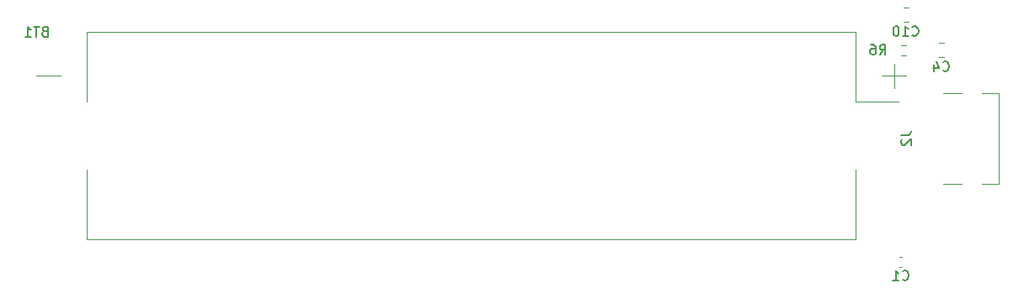
<source format=gbr>
%TF.GenerationSoftware,KiCad,Pcbnew,6.0.11+dfsg-1*%
%TF.CreationDate,2025-12-30T15:15:42+02:00*%
%TF.ProjectId,esp32_loraprs_c3,65737033-325f-46c6-9f72-617072735f63,rev?*%
%TF.SameCoordinates,Original*%
%TF.FileFunction,Legend,Bot*%
%TF.FilePolarity,Positive*%
%FSLAX46Y46*%
G04 Gerber Fmt 4.6, Leading zero omitted, Abs format (unit mm)*
G04 Created by KiCad (PCBNEW 6.0.11+dfsg-1) date 2025-12-30 15:15:42*
%MOMM*%
%LPD*%
G01*
G04 APERTURE LIST*
%ADD10C,0.150000*%
%ADD11C,0.120000*%
G04 APERTURE END LIST*
D10*
%TO.C,C10*%
X157614857Y-59949142D02*
X157662476Y-59996761D01*
X157805333Y-60044380D01*
X157900571Y-60044380D01*
X158043428Y-59996761D01*
X158138666Y-59901523D01*
X158186285Y-59806285D01*
X158233904Y-59615809D01*
X158233904Y-59472952D01*
X158186285Y-59282476D01*
X158138666Y-59187238D01*
X158043428Y-59092000D01*
X157900571Y-59044380D01*
X157805333Y-59044380D01*
X157662476Y-59092000D01*
X157614857Y-59139619D01*
X156662476Y-60044380D02*
X157233904Y-60044380D01*
X156948190Y-60044380D02*
X156948190Y-59044380D01*
X157043428Y-59187238D01*
X157138666Y-59282476D01*
X157233904Y-59330095D01*
X156043428Y-59044380D02*
X155948190Y-59044380D01*
X155852952Y-59092000D01*
X155805333Y-59139619D01*
X155757714Y-59234857D01*
X155710095Y-59425333D01*
X155710095Y-59663428D01*
X155757714Y-59853904D01*
X155805333Y-59949142D01*
X155852952Y-59996761D01*
X155948190Y-60044380D01*
X156043428Y-60044380D01*
X156138666Y-59996761D01*
X156186285Y-59949142D01*
X156233904Y-59853904D01*
X156281523Y-59663428D01*
X156281523Y-59425333D01*
X156233904Y-59234857D01*
X156186285Y-59139619D01*
X156138666Y-59092000D01*
X156043428Y-59044380D01*
%TO.C,C4*%
X160694666Y-63505142D02*
X160742285Y-63552761D01*
X160885142Y-63600380D01*
X160980380Y-63600380D01*
X161123238Y-63552761D01*
X161218476Y-63457523D01*
X161266095Y-63362285D01*
X161313714Y-63171809D01*
X161313714Y-63028952D01*
X161266095Y-62838476D01*
X161218476Y-62743238D01*
X161123238Y-62648000D01*
X160980380Y-62600380D01*
X160885142Y-62600380D01*
X160742285Y-62648000D01*
X160694666Y-62695619D01*
X159837523Y-62933714D02*
X159837523Y-63600380D01*
X160075619Y-62552761D02*
X160313714Y-63267047D01*
X159694666Y-63267047D01*
%TO.C,J2*%
X156512380Y-70024666D02*
X157226666Y-70024666D01*
X157369523Y-69977047D01*
X157464761Y-69881809D01*
X157512380Y-69738952D01*
X157512380Y-69643714D01*
X156607619Y-70453238D02*
X156560000Y-70500857D01*
X156512380Y-70596095D01*
X156512380Y-70834190D01*
X156560000Y-70929428D01*
X156607619Y-70977047D01*
X156702857Y-71024666D01*
X156798095Y-71024666D01*
X156940952Y-70977047D01*
X157512380Y-70405619D01*
X157512380Y-71024666D01*
%TO.C,R6*%
X154344666Y-61920380D02*
X154678000Y-61444190D01*
X154916095Y-61920380D02*
X154916095Y-60920380D01*
X154535142Y-60920380D01*
X154439904Y-60968000D01*
X154392285Y-61015619D01*
X154344666Y-61110857D01*
X154344666Y-61253714D01*
X154392285Y-61348952D01*
X154439904Y-61396571D01*
X154535142Y-61444190D01*
X154916095Y-61444190D01*
X153487523Y-60920380D02*
X153678000Y-60920380D01*
X153773238Y-60968000D01*
X153820857Y-61015619D01*
X153916095Y-61158476D01*
X153963714Y-61348952D01*
X153963714Y-61729904D01*
X153916095Y-61825142D01*
X153868476Y-61872761D01*
X153773238Y-61920380D01*
X153582761Y-61920380D01*
X153487523Y-61872761D01*
X153439904Y-61825142D01*
X153392285Y-61729904D01*
X153392285Y-61491809D01*
X153439904Y-61396571D01*
X153487523Y-61348952D01*
X153582761Y-61301333D01*
X153773238Y-61301333D01*
X153868476Y-61348952D01*
X153916095Y-61396571D01*
X153963714Y-61491809D01*
%TO.C,BT1*%
X70381714Y-59575571D02*
X70238857Y-59623190D01*
X70191238Y-59670809D01*
X70143619Y-59766047D01*
X70143619Y-59908904D01*
X70191238Y-60004142D01*
X70238857Y-60051761D01*
X70334095Y-60099380D01*
X70715047Y-60099380D01*
X70715047Y-59099380D01*
X70381714Y-59099380D01*
X70286476Y-59147000D01*
X70238857Y-59194619D01*
X70191238Y-59289857D01*
X70191238Y-59385095D01*
X70238857Y-59480333D01*
X70286476Y-59527952D01*
X70381714Y-59575571D01*
X70715047Y-59575571D01*
X69857904Y-59099380D02*
X69286476Y-59099380D01*
X69572190Y-60099380D02*
X69572190Y-59099380D01*
X68429333Y-60099380D02*
X69000761Y-60099380D01*
X68715047Y-60099380D02*
X68715047Y-59099380D01*
X68810285Y-59242238D01*
X68905523Y-59337476D01*
X69000761Y-59385095D01*
%TO.C,C1*%
X156630666Y-84591142D02*
X156678285Y-84638761D01*
X156821142Y-84686380D01*
X156916380Y-84686380D01*
X157059238Y-84638761D01*
X157154476Y-84543523D01*
X157202095Y-84448285D01*
X157249714Y-84257809D01*
X157249714Y-84114952D01*
X157202095Y-83924476D01*
X157154476Y-83829238D01*
X157059238Y-83734000D01*
X156916380Y-83686380D01*
X156821142Y-83686380D01*
X156678285Y-83734000D01*
X156630666Y-83781619D01*
X155678285Y-84686380D02*
X156249714Y-84686380D01*
X155964000Y-84686380D02*
X155964000Y-83686380D01*
X156059238Y-83829238D01*
X156154476Y-83924476D01*
X156249714Y-83972095D01*
D11*
%TO.C,C10*%
X156710748Y-58647000D02*
X157233252Y-58647000D01*
X156710748Y-57177000D02*
X157233252Y-57177000D01*
%TO.C,C4*%
X160266748Y-60733000D02*
X160789252Y-60733000D01*
X160266748Y-62203000D02*
X160789252Y-62203000D01*
%TO.C,J2*%
X166345000Y-65778000D02*
X164640000Y-65778000D01*
X166345000Y-74938000D02*
X166345000Y-65778000D01*
X160710000Y-65778000D02*
X162630000Y-65778000D01*
X162630000Y-74938000D02*
X160710000Y-74938000D01*
X164640000Y-74938000D02*
X166345000Y-74938000D01*
%TO.C,R6*%
X156463276Y-60945500D02*
X156972724Y-60945500D01*
X156463276Y-61990500D02*
X156972724Y-61990500D01*
%TO.C,BT1*%
X74644000Y-66621000D02*
X74644000Y-59641000D01*
X74644000Y-73501000D02*
X74644000Y-80501000D01*
X157034000Y-64061000D02*
X154534000Y-64061000D01*
X155784000Y-65311000D02*
X155784000Y-62811000D01*
X151924000Y-66621000D02*
X156284000Y-66621000D01*
X151924000Y-59621000D02*
X151924000Y-66621000D01*
X74644000Y-80501000D02*
X151924000Y-80501000D01*
X69534000Y-64061000D02*
X72034000Y-64061000D01*
X151924000Y-80501000D02*
X151924000Y-73501000D01*
X74644000Y-59621000D02*
X151924000Y-59621000D01*
%TO.C,C1*%
X156317733Y-83314000D02*
X156610267Y-83314000D01*
X156317733Y-82294000D02*
X156610267Y-82294000D01*
%TD*%
M02*

</source>
